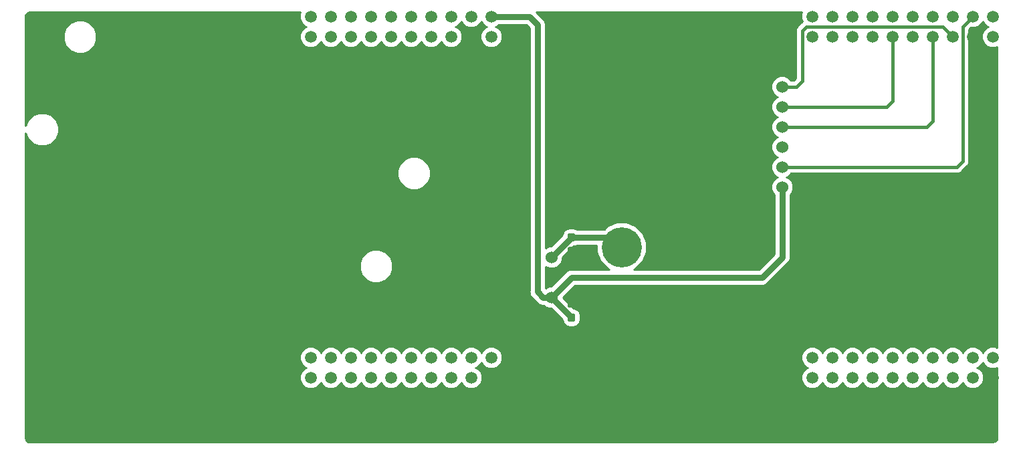
<source format=gbr>
G04 #@! TF.GenerationSoftware,KiCad,Pcbnew,(5.0.2)-1*
G04 #@! TF.CreationDate,2019-03-16T10:10:26-05:00*
G04 #@! TF.ProjectId,ClockingBoard_Hardware,436c6f63-6b69-46e6-9742-6f6172645f48,rev?*
G04 #@! TF.SameCoordinates,Original*
G04 #@! TF.FileFunction,Copper,L1,Top*
G04 #@! TF.FilePolarity,Positive*
%FSLAX46Y46*%
G04 Gerber Fmt 4.6, Leading zero omitted, Abs format (unit mm)*
G04 Created by KiCad (PCBNEW (5.0.2)-1) date 3/16/2019 10:10:26 AM*
%MOMM*%
%LPD*%
G01*
G04 APERTURE LIST*
G04 #@! TA.AperFunction,Conductor*
%ADD10C,0.100000*%
G04 #@! TD*
G04 #@! TA.AperFunction,SMDPad,CuDef*
%ADD11C,0.950000*%
G04 #@! TD*
G04 #@! TA.AperFunction,ComponentPad*
%ADD12C,5.080000*%
G04 #@! TD*
G04 #@! TA.AperFunction,ComponentPad*
%ADD13C,1.524000*%
G04 #@! TD*
G04 #@! TA.AperFunction,ComponentPad*
%ADD14C,1.520000*%
G04 #@! TD*
G04 #@! TA.AperFunction,Conductor*
%ADD15C,0.762000*%
G04 #@! TD*
G04 #@! TA.AperFunction,Conductor*
%ADD16C,0.381000*%
G04 #@! TD*
G04 #@! TA.AperFunction,Conductor*
%ADD17C,0.254000*%
G04 #@! TD*
G04 APERTURE END LIST*
D10*
G04 #@! TO.N,GND*
G04 #@! TO.C,C1*
G36*
X70110779Y-30436144D02*
X70133834Y-30439563D01*
X70156443Y-30445227D01*
X70178387Y-30453079D01*
X70199457Y-30463044D01*
X70219448Y-30475026D01*
X70238168Y-30488910D01*
X70255438Y-30504562D01*
X70271090Y-30521832D01*
X70284974Y-30540552D01*
X70296956Y-30560543D01*
X70306921Y-30581613D01*
X70314773Y-30603557D01*
X70320437Y-30626166D01*
X70323856Y-30649221D01*
X70325000Y-30672500D01*
X70325000Y-31247500D01*
X70323856Y-31270779D01*
X70320437Y-31293834D01*
X70314773Y-31316443D01*
X70306921Y-31338387D01*
X70296956Y-31359457D01*
X70284974Y-31379448D01*
X70271090Y-31398168D01*
X70255438Y-31415438D01*
X70238168Y-31431090D01*
X70219448Y-31444974D01*
X70199457Y-31456956D01*
X70178387Y-31466921D01*
X70156443Y-31474773D01*
X70133834Y-31480437D01*
X70110779Y-31483856D01*
X70087500Y-31485000D01*
X69612500Y-31485000D01*
X69589221Y-31483856D01*
X69566166Y-31480437D01*
X69543557Y-31474773D01*
X69521613Y-31466921D01*
X69500543Y-31456956D01*
X69480552Y-31444974D01*
X69461832Y-31431090D01*
X69444562Y-31415438D01*
X69428910Y-31398168D01*
X69415026Y-31379448D01*
X69403044Y-31359457D01*
X69393079Y-31338387D01*
X69385227Y-31316443D01*
X69379563Y-31293834D01*
X69376144Y-31270779D01*
X69375000Y-31247500D01*
X69375000Y-30672500D01*
X69376144Y-30649221D01*
X69379563Y-30626166D01*
X69385227Y-30603557D01*
X69393079Y-30581613D01*
X69403044Y-30560543D01*
X69415026Y-30540552D01*
X69428910Y-30521832D01*
X69444562Y-30504562D01*
X69461832Y-30488910D01*
X69480552Y-30475026D01*
X69500543Y-30463044D01*
X69521613Y-30453079D01*
X69543557Y-30445227D01*
X69566166Y-30439563D01*
X69589221Y-30436144D01*
X69612500Y-30435000D01*
X70087500Y-30435000D01*
X70110779Y-30436144D01*
X70110779Y-30436144D01*
G37*
D11*
G04 #@! TD*
G04 #@! TO.P,C1,2*
G04 #@! TO.N,GND*
X69850000Y-30960000D03*
D10*
G04 #@! TO.N,/+12V*
G04 #@! TO.C,C1*
G36*
X70110779Y-28686144D02*
X70133834Y-28689563D01*
X70156443Y-28695227D01*
X70178387Y-28703079D01*
X70199457Y-28713044D01*
X70219448Y-28725026D01*
X70238168Y-28738910D01*
X70255438Y-28754562D01*
X70271090Y-28771832D01*
X70284974Y-28790552D01*
X70296956Y-28810543D01*
X70306921Y-28831613D01*
X70314773Y-28853557D01*
X70320437Y-28876166D01*
X70323856Y-28899221D01*
X70325000Y-28922500D01*
X70325000Y-29497500D01*
X70323856Y-29520779D01*
X70320437Y-29543834D01*
X70314773Y-29566443D01*
X70306921Y-29588387D01*
X70296956Y-29609457D01*
X70284974Y-29629448D01*
X70271090Y-29648168D01*
X70255438Y-29665438D01*
X70238168Y-29681090D01*
X70219448Y-29694974D01*
X70199457Y-29706956D01*
X70178387Y-29716921D01*
X70156443Y-29724773D01*
X70133834Y-29730437D01*
X70110779Y-29733856D01*
X70087500Y-29735000D01*
X69612500Y-29735000D01*
X69589221Y-29733856D01*
X69566166Y-29730437D01*
X69543557Y-29724773D01*
X69521613Y-29716921D01*
X69500543Y-29706956D01*
X69480552Y-29694974D01*
X69461832Y-29681090D01*
X69444562Y-29665438D01*
X69428910Y-29648168D01*
X69415026Y-29629448D01*
X69403044Y-29609457D01*
X69393079Y-29588387D01*
X69385227Y-29566443D01*
X69379563Y-29543834D01*
X69376144Y-29520779D01*
X69375000Y-29497500D01*
X69375000Y-28922500D01*
X69376144Y-28899221D01*
X69379563Y-28876166D01*
X69385227Y-28853557D01*
X69393079Y-28831613D01*
X69403044Y-28810543D01*
X69415026Y-28790552D01*
X69428910Y-28771832D01*
X69444562Y-28754562D01*
X69461832Y-28738910D01*
X69480552Y-28725026D01*
X69500543Y-28713044D01*
X69521613Y-28703079D01*
X69543557Y-28695227D01*
X69566166Y-28689563D01*
X69589221Y-28686144D01*
X69612500Y-28685000D01*
X70087500Y-28685000D01*
X70110779Y-28686144D01*
X70110779Y-28686144D01*
G37*
D11*
G04 #@! TD*
G04 #@! TO.P,C1,1*
G04 #@! TO.N,/+12V*
X69850000Y-29210000D03*
D10*
G04 #@! TO.N,+3V3*
G04 #@! TO.C,C2*
G36*
X70110779Y-38846144D02*
X70133834Y-38849563D01*
X70156443Y-38855227D01*
X70178387Y-38863079D01*
X70199457Y-38873044D01*
X70219448Y-38885026D01*
X70238168Y-38898910D01*
X70255438Y-38914562D01*
X70271090Y-38931832D01*
X70284974Y-38950552D01*
X70296956Y-38970543D01*
X70306921Y-38991613D01*
X70314773Y-39013557D01*
X70320437Y-39036166D01*
X70323856Y-39059221D01*
X70325000Y-39082500D01*
X70325000Y-39657500D01*
X70323856Y-39680779D01*
X70320437Y-39703834D01*
X70314773Y-39726443D01*
X70306921Y-39748387D01*
X70296956Y-39769457D01*
X70284974Y-39789448D01*
X70271090Y-39808168D01*
X70255438Y-39825438D01*
X70238168Y-39841090D01*
X70219448Y-39854974D01*
X70199457Y-39866956D01*
X70178387Y-39876921D01*
X70156443Y-39884773D01*
X70133834Y-39890437D01*
X70110779Y-39893856D01*
X70087500Y-39895000D01*
X69612500Y-39895000D01*
X69589221Y-39893856D01*
X69566166Y-39890437D01*
X69543557Y-39884773D01*
X69521613Y-39876921D01*
X69500543Y-39866956D01*
X69480552Y-39854974D01*
X69461832Y-39841090D01*
X69444562Y-39825438D01*
X69428910Y-39808168D01*
X69415026Y-39789448D01*
X69403044Y-39769457D01*
X69393079Y-39748387D01*
X69385227Y-39726443D01*
X69379563Y-39703834D01*
X69376144Y-39680779D01*
X69375000Y-39657500D01*
X69375000Y-39082500D01*
X69376144Y-39059221D01*
X69379563Y-39036166D01*
X69385227Y-39013557D01*
X69393079Y-38991613D01*
X69403044Y-38970543D01*
X69415026Y-38950552D01*
X69428910Y-38931832D01*
X69444562Y-38914562D01*
X69461832Y-38898910D01*
X69480552Y-38885026D01*
X69500543Y-38873044D01*
X69521613Y-38863079D01*
X69543557Y-38855227D01*
X69566166Y-38849563D01*
X69589221Y-38846144D01*
X69612500Y-38845000D01*
X70087500Y-38845000D01*
X70110779Y-38846144D01*
X70110779Y-38846144D01*
G37*
D11*
G04 #@! TD*
G04 #@! TO.P,C2,1*
G04 #@! TO.N,+3V3*
X69850000Y-39370000D03*
D10*
G04 #@! TO.N,GND*
G04 #@! TO.C,C2*
G36*
X70110779Y-37096144D02*
X70133834Y-37099563D01*
X70156443Y-37105227D01*
X70178387Y-37113079D01*
X70199457Y-37123044D01*
X70219448Y-37135026D01*
X70238168Y-37148910D01*
X70255438Y-37164562D01*
X70271090Y-37181832D01*
X70284974Y-37200552D01*
X70296956Y-37220543D01*
X70306921Y-37241613D01*
X70314773Y-37263557D01*
X70320437Y-37286166D01*
X70323856Y-37309221D01*
X70325000Y-37332500D01*
X70325000Y-37907500D01*
X70323856Y-37930779D01*
X70320437Y-37953834D01*
X70314773Y-37976443D01*
X70306921Y-37998387D01*
X70296956Y-38019457D01*
X70284974Y-38039448D01*
X70271090Y-38058168D01*
X70255438Y-38075438D01*
X70238168Y-38091090D01*
X70219448Y-38104974D01*
X70199457Y-38116956D01*
X70178387Y-38126921D01*
X70156443Y-38134773D01*
X70133834Y-38140437D01*
X70110779Y-38143856D01*
X70087500Y-38145000D01*
X69612500Y-38145000D01*
X69589221Y-38143856D01*
X69566166Y-38140437D01*
X69543557Y-38134773D01*
X69521613Y-38126921D01*
X69500543Y-38116956D01*
X69480552Y-38104974D01*
X69461832Y-38091090D01*
X69444562Y-38075438D01*
X69428910Y-38058168D01*
X69415026Y-38039448D01*
X69403044Y-38019457D01*
X69393079Y-37998387D01*
X69385227Y-37976443D01*
X69379563Y-37953834D01*
X69376144Y-37930779D01*
X69375000Y-37907500D01*
X69375000Y-37332500D01*
X69376144Y-37309221D01*
X69379563Y-37286166D01*
X69385227Y-37263557D01*
X69393079Y-37241613D01*
X69403044Y-37220543D01*
X69415026Y-37200552D01*
X69428910Y-37181832D01*
X69444562Y-37164562D01*
X69461832Y-37148910D01*
X69480552Y-37135026D01*
X69500543Y-37123044D01*
X69521613Y-37113079D01*
X69543557Y-37105227D01*
X69566166Y-37099563D01*
X69589221Y-37096144D01*
X69612500Y-37095000D01*
X70087500Y-37095000D01*
X70110779Y-37096144D01*
X70110779Y-37096144D01*
G37*
D11*
G04 #@! TD*
G04 #@! TO.P,C2,2*
G04 #@! TO.N,GND*
X69850000Y-37620000D03*
D12*
G04 #@! TO.P,Conn1,2*
G04 #@! TO.N,/+12V*
X76200000Y-30480000D03*
G04 #@! TO.P,Conn1,1*
G04 #@! TO.N,GND*
X76200000Y-38354000D03*
G04 #@! TD*
D13*
G04 #@! TO.P,U1,1*
G04 #@! TO.N,/+12V*
X67310000Y-31750000D03*
G04 #@! TO.P,U1,2*
G04 #@! TO.N,GND*
X67310000Y-34290000D03*
G04 #@! TO.P,U1,3*
G04 #@! TO.N,+3V3*
X67310000Y-36830000D03*
G04 #@! TD*
G04 #@! TO.P,Conn2,1*
G04 #@! TO.N,+3V3*
X96520000Y-22860000D03*
G04 #@! TO.P,Conn2,2*
G04 #@! TO.N,Sync2*
X96520000Y-20320000D03*
G04 #@! TO.P,Conn2,3*
G04 #@! TO.N,Sync1*
X96520000Y-17780000D03*
G04 #@! TO.P,Conn2,4*
G04 #@! TO.N,ICG*
X96520000Y-15240000D03*
G04 #@! TO.P,Conn2,5*
G04 #@! TO.N,SH*
X96520000Y-12700000D03*
G04 #@! TO.P,Conn2,6*
G04 #@! TO.N,M*
X96520000Y-10160000D03*
G04 #@! TO.P,Conn2,7*
G04 #@! TO.N,GND*
X96520000Y-7620000D03*
G04 #@! TD*
D14*
G04 #@! TO.P,U2,+3V3'*
G04 #@! TO.N,+3V3*
X59690000Y-1270000D03*
G04 #@! TO.P,U2,PM6*
G04 #@! TO.N,N/C*
X36830000Y-46990000D03*
G04 #@! TO.P,U2,PQ1*
X39370000Y-46990000D03*
G04 #@! TO.P,U2,PQ2*
X46990000Y-46990000D03*
G04 #@! TO.P,U2,PK0*
X49530000Y-3810000D03*
G04 #@! TO.P,U2,PQ3*
X44450000Y-46990000D03*
G04 #@! TO.P,U2,PP3*
X41910000Y-46990000D03*
G04 #@! TO.P,U2,PQ0*
G04 #@! TO.N,Net-(U2-PadPQ0)*
X44450000Y-1270000D03*
G04 #@! TO.P,U2,PA4*
G04 #@! TO.N,N/C*
X39370000Y-3810000D03*
G04 #@! TO.P,U2,Rese`*
X49530000Y-46990000D03*
G04 #@! TO.P,U2,PA7*
X52070000Y-46990000D03*
G04 #@! TO.P,U2,PN5*
G04 #@! TO.N,Net-(U2-PadPN5)*
X39370000Y-1270000D03*
G04 #@! TO.P,U2,PK2*
G04 #@! TO.N,N/C*
X44450000Y-3810000D03*
G04 #@! TO.P,U2,PK1*
X46990000Y-3810000D03*
G04 #@! TO.P,U2,+5V`*
X59690000Y-3810000D03*
G04 #@! TO.P,U2,GND*
G04 #@! TO.N,GND*
X57150000Y-3810000D03*
G04 #@! TO.P,U2,PB4*
G04 #@! TO.N,N/C*
X54610000Y-3810000D03*
G04 #@! TO.P,U2,PB5*
X52070000Y-3810000D03*
G04 #@! TO.P,U2,PK3*
X41910000Y-3810000D03*
G04 #@! TO.P,U2,PA5*
X36830000Y-3810000D03*
G04 #@! TO.P,U2,PD2*
G04 #@! TO.N,Net-(U2-PadPD2)*
X57150000Y-1270000D03*
G04 #@! TO.P,U2,PP0*
G04 #@! TO.N,Net-(U2-PadPP0)*
X54610000Y-1270000D03*
G04 #@! TO.P,U2,PP1*
G04 #@! TO.N,Net-(U2-PadPP1)*
X52070000Y-1270000D03*
G04 #@! TO.P,U2,PD4*
G04 #@! TO.N,Net-(U2-PadPD4)*
X49530000Y-1270000D03*
G04 #@! TO.P,U2,PD5*
G04 #@! TO.N,Net-(U2-PadPD5)*
X46990000Y-1270000D03*
G04 #@! TO.P,U2,PP4*
G04 #@! TO.N,Net-(U2-PadPP4)*
X41910000Y-1270000D03*
G04 #@! TO.P,U2,PN4*
G04 #@! TO.N,Net-(U2-PadPN4)*
X36830000Y-1270000D03*
G04 #@! TO.P,U2,PG1*
G04 #@! TO.N,N/C*
X59690000Y-44450000D03*
G04 #@! TO.P,U2,PK4*
X57150000Y-44450000D03*
G04 #@! TO.P,U2,PK5*
X54610000Y-44450000D03*
G04 #@! TO.P,U2,PM0*
X52070000Y-44450000D03*
G04 #@! TO.P,U2,PM1*
X49530000Y-44450000D03*
G04 #@! TO.P,U2,PM2*
X46990000Y-44450000D03*
G04 #@! TO.P,U2,PH0*
X44450000Y-44450000D03*
G04 #@! TO.P,U2,PH1*
X41910000Y-44450000D03*
G04 #@! TO.P,U2,PK6*
X39370000Y-44450000D03*
G04 #@! TO.P,U2,PK7*
X36830000Y-44450000D03*
G04 #@! TO.P,U2,GND*
G04 #@! TO.N,GND*
X59690000Y-46990000D03*
G04 #@! TO.P,U2,PM7*
G04 #@! TO.N,N/C*
X57150000Y-46990000D03*
G04 #@! TO.P,U2,PP5*
X54610000Y-46990000D03*
G04 #@! TO.P,U2,+5V*
G04 #@! TO.N,Net-(U2-Pad+5V)*
X123190000Y-3810000D03*
G04 #@! TO.P,U2,GND*
G04 #@! TO.N,GND*
X120650000Y-3810000D03*
G04 #@! TO.P,U2,PE0*
G04 #@! TO.N,M*
X118110000Y-3810000D03*
G04 #@! TO.P,U2,PE1*
G04 #@! TO.N,ICG*
X115570000Y-3810000D03*
G04 #@! TO.P,U2,PE2*
G04 #@! TO.N,Sync1*
X113030000Y-3810000D03*
G04 #@! TO.P,U2,PE3*
G04 #@! TO.N,SH*
X110490000Y-3810000D03*
G04 #@! TO.P,U2,PD7*
G04 #@! TO.N,Net-(U2-PadPD7)*
X107950000Y-3810000D03*
G04 #@! TO.P,U2,PA6*
G04 #@! TO.N,Net-(U2-PadPA6)*
X105410000Y-3810000D03*
G04 #@! TO.P,U2,PM4*
G04 #@! TO.N,Net-(U2-PadPM4)*
X102870000Y-3810000D03*
G04 #@! TO.P,U2,PM5*
G04 #@! TO.N,Net-(U2-PadPM5)*
X100330000Y-3810000D03*
G04 #@! TO.P,U2,+3V3*
G04 #@! TO.N,Net-(U2-Pad+3V3)*
X123190000Y-1270000D03*
G04 #@! TO.P,U2,PE4*
G04 #@! TO.N,Sync2*
X120650000Y-1270000D03*
G04 #@! TO.P,U2,PC4*
G04 #@! TO.N,Net-(U2-PadPC4)*
X118110000Y-1270000D03*
G04 #@! TO.P,U2,PC5*
G04 #@! TO.N,Net-(U2-PadPC5)*
X115570000Y-1270000D03*
G04 #@! TO.P,U2,PC6*
G04 #@! TO.N,Net-(U2-PadPC6)*
X113030000Y-1270000D03*
G04 #@! TO.P,U2,PE5*
G04 #@! TO.N,Net-(U2-PadPE5)*
X110490000Y-1270000D03*
G04 #@! TO.P,U2,PD3*
G04 #@! TO.N,Net-(U2-PadPD3)*
X107950000Y-1270000D03*
G04 #@! TO.P,U2,PC7*
G04 #@! TO.N,Net-(U2-PadPC7)*
X105410000Y-1270000D03*
G04 #@! TO.P,U2,PB2*
G04 #@! TO.N,Net-(U2-PadPB2)*
X102870000Y-1270000D03*
G04 #@! TO.P,U2,PB3*
G04 #@! TO.N,Net-(U2-PadPB3)*
X100330000Y-1270000D03*
G04 #@! TO.P,U2,PF1*
G04 #@! TO.N,Net-(U2-PadPF1)*
X123190000Y-44450000D03*
G04 #@! TO.P,U2,PF2*
G04 #@! TO.N,Net-(U2-PadPF2)*
X120650000Y-44450000D03*
G04 #@! TO.P,U2,PF3*
G04 #@! TO.N,Net-(U2-PadPF3)*
X118110000Y-44450000D03*
G04 #@! TO.P,U2,PG0*
G04 #@! TO.N,Net-(U2-PadPG0)*
X115570000Y-44450000D03*
G04 #@! TO.P,U2,PL4*
G04 #@! TO.N,Net-(U2-PadPL4)*
X113030000Y-44450000D03*
G04 #@! TO.P,U2,PL5*
G04 #@! TO.N,Net-(U2-PadPL5)*
X110490000Y-44450000D03*
G04 #@! TO.P,U2,PL0*
G04 #@! TO.N,Net-(U2-PadPL0)*
X107950000Y-44450000D03*
G04 #@! TO.P,U2,PL1*
G04 #@! TO.N,Net-(U2-PadPL1)*
X105410000Y-44450000D03*
G04 #@! TO.P,U2,PL2*
G04 #@! TO.N,Net-(U2-PadPL2)*
X102870000Y-44450000D03*
G04 #@! TO.P,U2,PL3*
G04 #@! TO.N,Net-(U2-PadPL3)*
X100330000Y-44450000D03*
G04 #@! TO.P,U2,GND*
G04 #@! TO.N,GND*
X123190000Y-46990000D03*
G04 #@! TO.P,U2,PM3*
G04 #@! TO.N,Net-(U2-PadPM3)*
X120650000Y-46990000D03*
G04 #@! TO.P,U2,PH2*
G04 #@! TO.N,Net-(U2-PadPH2)*
X118110000Y-46990000D03*
G04 #@! TO.P,U2,PH3*
G04 #@! TO.N,Net-(U2-PadPH3)*
X115570000Y-46990000D03*
G04 #@! TO.P,U2,Rese*
G04 #@! TO.N,Net-(U2-PadRese)*
X113030000Y-46990000D03*
G04 #@! TO.P,U2,PD1*
G04 #@! TO.N,Net-(U2-PadPD1)*
X110490000Y-46990000D03*
G04 #@! TO.P,U2,PD0*
G04 #@! TO.N,Net-(U2-PadPD0)*
X107950000Y-46990000D03*
G04 #@! TO.P,U2,PN2*
G04 #@! TO.N,Net-(U2-PadPN2)*
X105410000Y-46990000D03*
G04 #@! TO.P,U2,PN3*
G04 #@! TO.N,Net-(U2-PadPN3)*
X102870000Y-46990000D03*
G04 #@! TO.P,U2,PP2*
G04 #@! TO.N,Net-(U2-PadPP2)*
X100330000Y-46990000D03*
G04 #@! TD*
D15*
G04 #@! TO.N,/+12V*
X67310000Y-31750000D02*
X69850000Y-29210000D01*
X74930000Y-29210000D02*
X76200000Y-30480000D01*
X69850000Y-29210000D02*
X74930000Y-29210000D01*
G04 #@! TO.N,+3V3*
X67310000Y-36830000D02*
X69850000Y-39370000D01*
X67310000Y-36830000D02*
X69850000Y-34290000D01*
X69850000Y-34290000D02*
X93980000Y-34290000D01*
X96520000Y-31750000D02*
X96520000Y-22860000D01*
X93980000Y-34290000D02*
X96520000Y-31750000D01*
X66232370Y-36830000D02*
X65532000Y-36129630D01*
X67310000Y-36830000D02*
X66232370Y-36830000D01*
X65532000Y-36129630D02*
X65532000Y-2286000D01*
X64516000Y-1270000D02*
X59690000Y-1270000D01*
X65532000Y-2286000D02*
X64516000Y-1270000D01*
D16*
G04 #@! TO.N,Sync2*
X96520000Y-20320000D02*
X118618000Y-20320000D01*
X118618000Y-20320000D02*
X119380000Y-19558000D01*
X119380000Y-2540000D02*
X120650000Y-1270000D01*
X119380000Y-19558000D02*
X119380000Y-2540000D01*
G04 #@! TO.N,ICG*
X115570000Y-3810000D02*
X115570000Y-14478000D01*
X115570000Y-14478000D02*
X114808000Y-15240000D01*
X114808000Y-15240000D02*
X96520000Y-15240000D01*
G04 #@! TO.N,SH*
X110490000Y-11938000D02*
X110490000Y-3810000D01*
X96520000Y-12700000D02*
X109728000Y-12700000D01*
X109728000Y-12700000D02*
X110490000Y-11938000D01*
G04 #@! TO.N,M*
X98298000Y-10160000D02*
X96520000Y-10160000D01*
X99060000Y-9398000D02*
X98298000Y-10160000D01*
X99060000Y-3048000D02*
X99060000Y-9398000D01*
X99568000Y-2540000D02*
X99060000Y-3048000D01*
X118110000Y-3810000D02*
X116840000Y-2540000D01*
X116840000Y-2540000D02*
X99568000Y-2540000D01*
G04 #@! TD*
D17*
G04 #@! TO.N,GND*
G36*
X35435000Y-992517D02*
X35435000Y-1547483D01*
X35647376Y-2060204D01*
X36039796Y-2452624D01*
X36250740Y-2540000D01*
X36039796Y-2627376D01*
X35647376Y-3019796D01*
X35435000Y-3532517D01*
X35435000Y-4087483D01*
X35647376Y-4600204D01*
X36039796Y-4992624D01*
X36552517Y-5205000D01*
X37107483Y-5205000D01*
X37620204Y-4992624D01*
X38012624Y-4600204D01*
X38100000Y-4389260D01*
X38187376Y-4600204D01*
X38579796Y-4992624D01*
X39092517Y-5205000D01*
X39647483Y-5205000D01*
X40160204Y-4992624D01*
X40552624Y-4600204D01*
X40640000Y-4389260D01*
X40727376Y-4600204D01*
X41119796Y-4992624D01*
X41632517Y-5205000D01*
X42187483Y-5205000D01*
X42700204Y-4992624D01*
X43092624Y-4600204D01*
X43180000Y-4389260D01*
X43267376Y-4600204D01*
X43659796Y-4992624D01*
X44172517Y-5205000D01*
X44727483Y-5205000D01*
X45240204Y-4992624D01*
X45632624Y-4600204D01*
X45720000Y-4389260D01*
X45807376Y-4600204D01*
X46199796Y-4992624D01*
X46712517Y-5205000D01*
X47267483Y-5205000D01*
X47780204Y-4992624D01*
X48172624Y-4600204D01*
X48260000Y-4389260D01*
X48347376Y-4600204D01*
X48739796Y-4992624D01*
X49252517Y-5205000D01*
X49807483Y-5205000D01*
X50320204Y-4992624D01*
X50712624Y-4600204D01*
X50800000Y-4389260D01*
X50887376Y-4600204D01*
X51279796Y-4992624D01*
X51792517Y-5205000D01*
X52347483Y-5205000D01*
X52860204Y-4992624D01*
X53252624Y-4600204D01*
X53340000Y-4389260D01*
X53427376Y-4600204D01*
X53819796Y-4992624D01*
X54332517Y-5205000D01*
X54887483Y-5205000D01*
X55400204Y-4992624D01*
X55792624Y-4600204D01*
X56005000Y-4087483D01*
X56005000Y-3532517D01*
X55792624Y-3019796D01*
X55400204Y-2627376D01*
X55189260Y-2540000D01*
X55400204Y-2452624D01*
X55792624Y-2060204D01*
X55880000Y-1849260D01*
X55967376Y-2060204D01*
X56359796Y-2452624D01*
X56872517Y-2665000D01*
X57427483Y-2665000D01*
X57940204Y-2452624D01*
X58332624Y-2060204D01*
X58420000Y-1849260D01*
X58507376Y-2060204D01*
X58899796Y-2452624D01*
X59110740Y-2540000D01*
X58899796Y-2627376D01*
X58507376Y-3019796D01*
X58295000Y-3532517D01*
X58295000Y-4087483D01*
X58507376Y-4600204D01*
X58899796Y-4992624D01*
X59412517Y-5205000D01*
X59967483Y-5205000D01*
X60480204Y-4992624D01*
X60872624Y-4600204D01*
X61085000Y-4087483D01*
X61085000Y-3532517D01*
X60872624Y-3019796D01*
X60480204Y-2627376D01*
X60269260Y-2540000D01*
X60480204Y-2452624D01*
X60646828Y-2286000D01*
X64095160Y-2286000D01*
X64516001Y-2706842D01*
X64516000Y-36029567D01*
X64496096Y-36129630D01*
X64516000Y-36229693D01*
X64516000Y-36229694D01*
X64574949Y-36526052D01*
X64799505Y-36862125D01*
X64884339Y-36918809D01*
X65443192Y-37477663D01*
X65499875Y-37562495D01*
X65835947Y-37787051D01*
X66132305Y-37846000D01*
X66132306Y-37846000D01*
X66232370Y-37865904D01*
X66332434Y-37846000D01*
X66350343Y-37846000D01*
X66518663Y-38014320D01*
X67032119Y-38227000D01*
X67270160Y-38227000D01*
X68734240Y-39691080D01*
X68794922Y-39996152D01*
X68986753Y-40283247D01*
X69273848Y-40475078D01*
X69612500Y-40542440D01*
X70087500Y-40542440D01*
X70426152Y-40475078D01*
X70713247Y-40283247D01*
X70905078Y-39996152D01*
X70972440Y-39657500D01*
X70972440Y-39082500D01*
X70905078Y-38743848D01*
X70713247Y-38456753D01*
X70426152Y-38264922D01*
X70121080Y-38204240D01*
X68746840Y-36830000D01*
X70270841Y-35306000D01*
X93879937Y-35306000D01*
X93980000Y-35325904D01*
X94080063Y-35306000D01*
X94080065Y-35306000D01*
X94376423Y-35247051D01*
X94712495Y-35022495D01*
X94769180Y-34937660D01*
X97167664Y-32539177D01*
X97252495Y-32482495D01*
X97477051Y-32146423D01*
X97536000Y-31850065D01*
X97536000Y-31850064D01*
X97555904Y-31750001D01*
X97536000Y-31649937D01*
X97536000Y-23819657D01*
X97704320Y-23651337D01*
X97917000Y-23137881D01*
X97917000Y-22582119D01*
X97704320Y-22068663D01*
X97311337Y-21675680D01*
X97104487Y-21590000D01*
X97311337Y-21504320D01*
X97670157Y-21145500D01*
X118536699Y-21145500D01*
X118618000Y-21161672D01*
X118699301Y-21145500D01*
X118699303Y-21145500D01*
X118940094Y-21097604D01*
X119213152Y-20915152D01*
X119259209Y-20846223D01*
X119906226Y-20199207D01*
X119975152Y-20153152D01*
X120116814Y-19941141D01*
X120157604Y-19880095D01*
X120221672Y-19558000D01*
X120205500Y-19476697D01*
X120205500Y-2881932D01*
X120422432Y-2665000D01*
X120927483Y-2665000D01*
X121440204Y-2452624D01*
X121832624Y-2060204D01*
X121920000Y-1849260D01*
X122007376Y-2060204D01*
X122399796Y-2452624D01*
X122610740Y-2540000D01*
X122399796Y-2627376D01*
X122007376Y-3019796D01*
X121795000Y-3532517D01*
X121795000Y-4087483D01*
X122007376Y-4600204D01*
X122399796Y-4992624D01*
X122912517Y-5205000D01*
X123467483Y-5205000D01*
X123750001Y-5087977D01*
X123750000Y-43172022D01*
X123467483Y-43055000D01*
X122912517Y-43055000D01*
X122399796Y-43267376D01*
X122007376Y-43659796D01*
X121920000Y-43870740D01*
X121832624Y-43659796D01*
X121440204Y-43267376D01*
X120927483Y-43055000D01*
X120372517Y-43055000D01*
X119859796Y-43267376D01*
X119467376Y-43659796D01*
X119380000Y-43870740D01*
X119292624Y-43659796D01*
X118900204Y-43267376D01*
X118387483Y-43055000D01*
X117832517Y-43055000D01*
X117319796Y-43267376D01*
X116927376Y-43659796D01*
X116840000Y-43870740D01*
X116752624Y-43659796D01*
X116360204Y-43267376D01*
X115847483Y-43055000D01*
X115292517Y-43055000D01*
X114779796Y-43267376D01*
X114387376Y-43659796D01*
X114300000Y-43870740D01*
X114212624Y-43659796D01*
X113820204Y-43267376D01*
X113307483Y-43055000D01*
X112752517Y-43055000D01*
X112239796Y-43267376D01*
X111847376Y-43659796D01*
X111760000Y-43870740D01*
X111672624Y-43659796D01*
X111280204Y-43267376D01*
X110767483Y-43055000D01*
X110212517Y-43055000D01*
X109699796Y-43267376D01*
X109307376Y-43659796D01*
X109220000Y-43870740D01*
X109132624Y-43659796D01*
X108740204Y-43267376D01*
X108227483Y-43055000D01*
X107672517Y-43055000D01*
X107159796Y-43267376D01*
X106767376Y-43659796D01*
X106680000Y-43870740D01*
X106592624Y-43659796D01*
X106200204Y-43267376D01*
X105687483Y-43055000D01*
X105132517Y-43055000D01*
X104619796Y-43267376D01*
X104227376Y-43659796D01*
X104140000Y-43870740D01*
X104052624Y-43659796D01*
X103660204Y-43267376D01*
X103147483Y-43055000D01*
X102592517Y-43055000D01*
X102079796Y-43267376D01*
X101687376Y-43659796D01*
X101600000Y-43870740D01*
X101512624Y-43659796D01*
X101120204Y-43267376D01*
X100607483Y-43055000D01*
X100052517Y-43055000D01*
X99539796Y-43267376D01*
X99147376Y-43659796D01*
X98935000Y-44172517D01*
X98935000Y-44727483D01*
X99147376Y-45240204D01*
X99539796Y-45632624D01*
X99750740Y-45720000D01*
X99539796Y-45807376D01*
X99147376Y-46199796D01*
X98935000Y-46712517D01*
X98935000Y-47267483D01*
X99147376Y-47780204D01*
X99539796Y-48172624D01*
X100052517Y-48385000D01*
X100607483Y-48385000D01*
X101120204Y-48172624D01*
X101512624Y-47780204D01*
X101600000Y-47569260D01*
X101687376Y-47780204D01*
X102079796Y-48172624D01*
X102592517Y-48385000D01*
X103147483Y-48385000D01*
X103660204Y-48172624D01*
X104052624Y-47780204D01*
X104140000Y-47569260D01*
X104227376Y-47780204D01*
X104619796Y-48172624D01*
X105132517Y-48385000D01*
X105687483Y-48385000D01*
X106200204Y-48172624D01*
X106592624Y-47780204D01*
X106680000Y-47569260D01*
X106767376Y-47780204D01*
X107159796Y-48172624D01*
X107672517Y-48385000D01*
X108227483Y-48385000D01*
X108740204Y-48172624D01*
X109132624Y-47780204D01*
X109220000Y-47569260D01*
X109307376Y-47780204D01*
X109699796Y-48172624D01*
X110212517Y-48385000D01*
X110767483Y-48385000D01*
X111280204Y-48172624D01*
X111672624Y-47780204D01*
X111760000Y-47569260D01*
X111847376Y-47780204D01*
X112239796Y-48172624D01*
X112752517Y-48385000D01*
X113307483Y-48385000D01*
X113820204Y-48172624D01*
X114212624Y-47780204D01*
X114300000Y-47569260D01*
X114387376Y-47780204D01*
X114779796Y-48172624D01*
X115292517Y-48385000D01*
X115847483Y-48385000D01*
X116360204Y-48172624D01*
X116752624Y-47780204D01*
X116840000Y-47569260D01*
X116927376Y-47780204D01*
X117319796Y-48172624D01*
X117832517Y-48385000D01*
X118387483Y-48385000D01*
X118900204Y-48172624D01*
X119292624Y-47780204D01*
X119380000Y-47569260D01*
X119467376Y-47780204D01*
X119859796Y-48172624D01*
X120372517Y-48385000D01*
X120927483Y-48385000D01*
X121440204Y-48172624D01*
X121832624Y-47780204D01*
X122045000Y-47267483D01*
X122045000Y-46712517D01*
X121832624Y-46199796D01*
X121440204Y-45807376D01*
X121229260Y-45720000D01*
X121440204Y-45632624D01*
X121832624Y-45240204D01*
X121920000Y-45029260D01*
X122007376Y-45240204D01*
X122399796Y-45632624D01*
X122912517Y-45845000D01*
X123467483Y-45845000D01*
X123750000Y-45727978D01*
X123750000Y-54547881D01*
X123705935Y-54797787D01*
X123610596Y-54962919D01*
X123464524Y-55085488D01*
X123255532Y-55161555D01*
X123159004Y-55170000D01*
X1332119Y-55170000D01*
X1082213Y-55125935D01*
X917081Y-55030596D01*
X794512Y-54884524D01*
X718445Y-54675532D01*
X710000Y-54579004D01*
X710000Y-44172517D01*
X35435000Y-44172517D01*
X35435000Y-44727483D01*
X35647376Y-45240204D01*
X36039796Y-45632624D01*
X36250740Y-45720000D01*
X36039796Y-45807376D01*
X35647376Y-46199796D01*
X35435000Y-46712517D01*
X35435000Y-47267483D01*
X35647376Y-47780204D01*
X36039796Y-48172624D01*
X36552517Y-48385000D01*
X37107483Y-48385000D01*
X37620204Y-48172624D01*
X38012624Y-47780204D01*
X38100000Y-47569260D01*
X38187376Y-47780204D01*
X38579796Y-48172624D01*
X39092517Y-48385000D01*
X39647483Y-48385000D01*
X40160204Y-48172624D01*
X40552624Y-47780204D01*
X40640000Y-47569260D01*
X40727376Y-47780204D01*
X41119796Y-48172624D01*
X41632517Y-48385000D01*
X42187483Y-48385000D01*
X42700204Y-48172624D01*
X43092624Y-47780204D01*
X43180000Y-47569260D01*
X43267376Y-47780204D01*
X43659796Y-48172624D01*
X44172517Y-48385000D01*
X44727483Y-48385000D01*
X45240204Y-48172624D01*
X45632624Y-47780204D01*
X45720000Y-47569260D01*
X45807376Y-47780204D01*
X46199796Y-48172624D01*
X46712517Y-48385000D01*
X47267483Y-48385000D01*
X47780204Y-48172624D01*
X48172624Y-47780204D01*
X48260000Y-47569260D01*
X48347376Y-47780204D01*
X48739796Y-48172624D01*
X49252517Y-48385000D01*
X49807483Y-48385000D01*
X50320204Y-48172624D01*
X50712624Y-47780204D01*
X50800000Y-47569260D01*
X50887376Y-47780204D01*
X51279796Y-48172624D01*
X51792517Y-48385000D01*
X52347483Y-48385000D01*
X52860204Y-48172624D01*
X53252624Y-47780204D01*
X53340000Y-47569260D01*
X53427376Y-47780204D01*
X53819796Y-48172624D01*
X54332517Y-48385000D01*
X54887483Y-48385000D01*
X55400204Y-48172624D01*
X55792624Y-47780204D01*
X55880000Y-47569260D01*
X55967376Y-47780204D01*
X56359796Y-48172624D01*
X56872517Y-48385000D01*
X57427483Y-48385000D01*
X57940204Y-48172624D01*
X58332624Y-47780204D01*
X58545000Y-47267483D01*
X58545000Y-46712517D01*
X58332624Y-46199796D01*
X57940204Y-45807376D01*
X57729260Y-45720000D01*
X57940204Y-45632624D01*
X58332624Y-45240204D01*
X58420000Y-45029260D01*
X58507376Y-45240204D01*
X58899796Y-45632624D01*
X59412517Y-45845000D01*
X59967483Y-45845000D01*
X60480204Y-45632624D01*
X60872624Y-45240204D01*
X61085000Y-44727483D01*
X61085000Y-44172517D01*
X60872624Y-43659796D01*
X60480204Y-43267376D01*
X59967483Y-43055000D01*
X59412517Y-43055000D01*
X58899796Y-43267376D01*
X58507376Y-43659796D01*
X58420000Y-43870740D01*
X58332624Y-43659796D01*
X57940204Y-43267376D01*
X57427483Y-43055000D01*
X56872517Y-43055000D01*
X56359796Y-43267376D01*
X55967376Y-43659796D01*
X55880000Y-43870740D01*
X55792624Y-43659796D01*
X55400204Y-43267376D01*
X54887483Y-43055000D01*
X54332517Y-43055000D01*
X53819796Y-43267376D01*
X53427376Y-43659796D01*
X53340000Y-43870740D01*
X53252624Y-43659796D01*
X52860204Y-43267376D01*
X52347483Y-43055000D01*
X51792517Y-43055000D01*
X51279796Y-43267376D01*
X50887376Y-43659796D01*
X50800000Y-43870740D01*
X50712624Y-43659796D01*
X50320204Y-43267376D01*
X49807483Y-43055000D01*
X49252517Y-43055000D01*
X48739796Y-43267376D01*
X48347376Y-43659796D01*
X48260000Y-43870740D01*
X48172624Y-43659796D01*
X47780204Y-43267376D01*
X47267483Y-43055000D01*
X46712517Y-43055000D01*
X46199796Y-43267376D01*
X45807376Y-43659796D01*
X45720000Y-43870740D01*
X45632624Y-43659796D01*
X45240204Y-43267376D01*
X44727483Y-43055000D01*
X44172517Y-43055000D01*
X43659796Y-43267376D01*
X43267376Y-43659796D01*
X43180000Y-43870740D01*
X43092624Y-43659796D01*
X42700204Y-43267376D01*
X42187483Y-43055000D01*
X41632517Y-43055000D01*
X41119796Y-43267376D01*
X40727376Y-43659796D01*
X40640000Y-43870740D01*
X40552624Y-43659796D01*
X40160204Y-43267376D01*
X39647483Y-43055000D01*
X39092517Y-43055000D01*
X38579796Y-43267376D01*
X38187376Y-43659796D01*
X38100000Y-43870740D01*
X38012624Y-43659796D01*
X37620204Y-43267376D01*
X37107483Y-43055000D01*
X36552517Y-43055000D01*
X36039796Y-43267376D01*
X35647376Y-43659796D01*
X35435000Y-44172517D01*
X710000Y-44172517D01*
X710000Y-32468573D01*
X43009820Y-32468573D01*
X43009820Y-33307267D01*
X43330774Y-34082119D01*
X43923821Y-34675166D01*
X44698673Y-34996120D01*
X45537367Y-34996120D01*
X46312219Y-34675166D01*
X46905266Y-34082119D01*
X47226220Y-33307267D01*
X47226220Y-32468573D01*
X46905266Y-31693721D01*
X46312219Y-31100674D01*
X45537367Y-30779720D01*
X44698673Y-30779720D01*
X43923821Y-31100674D01*
X43330774Y-31693721D01*
X43009820Y-32468573D01*
X710000Y-32468573D01*
X710000Y-20715993D01*
X47823120Y-20715993D01*
X47823120Y-21554687D01*
X48144074Y-22329539D01*
X48737121Y-22922586D01*
X49511973Y-23243540D01*
X50350667Y-23243540D01*
X51125519Y-22922586D01*
X51718566Y-22329539D01*
X52039520Y-21554687D01*
X52039520Y-20715993D01*
X51718566Y-19941141D01*
X51125519Y-19348094D01*
X50350667Y-19027140D01*
X49511973Y-19027140D01*
X48737121Y-19348094D01*
X48144074Y-19941141D01*
X47823120Y-20715993D01*
X710000Y-20715993D01*
X710000Y-16009690D01*
X1019454Y-16756779D01*
X1612501Y-17349826D01*
X2387353Y-17670780D01*
X3226047Y-17670780D01*
X4000899Y-17349826D01*
X4593946Y-16756779D01*
X4914900Y-15981927D01*
X4914900Y-15143233D01*
X4593946Y-14368381D01*
X4000899Y-13775334D01*
X3226047Y-13454380D01*
X2387353Y-13454380D01*
X1612501Y-13775334D01*
X1019454Y-14368381D01*
X710000Y-15115470D01*
X710000Y-3390653D01*
X5511800Y-3390653D01*
X5511800Y-4229347D01*
X5832754Y-5004199D01*
X6425801Y-5597246D01*
X7200653Y-5918200D01*
X8039347Y-5918200D01*
X8814199Y-5597246D01*
X9407246Y-5004199D01*
X9728200Y-4229347D01*
X9728200Y-3390653D01*
X9407246Y-2615801D01*
X8814199Y-2022754D01*
X8039347Y-1701800D01*
X7200653Y-1701800D01*
X6425801Y-2022754D01*
X5832754Y-2615801D01*
X5511800Y-3390653D01*
X710000Y-3390653D01*
X710000Y-1332119D01*
X754065Y-1082213D01*
X849405Y-917080D01*
X995477Y-794512D01*
X1204465Y-718445D01*
X1300996Y-710000D01*
X35552022Y-710000D01*
X35435000Y-992517D01*
X35435000Y-992517D01*
G37*
X35435000Y-992517D02*
X35435000Y-1547483D01*
X35647376Y-2060204D01*
X36039796Y-2452624D01*
X36250740Y-2540000D01*
X36039796Y-2627376D01*
X35647376Y-3019796D01*
X35435000Y-3532517D01*
X35435000Y-4087483D01*
X35647376Y-4600204D01*
X36039796Y-4992624D01*
X36552517Y-5205000D01*
X37107483Y-5205000D01*
X37620204Y-4992624D01*
X38012624Y-4600204D01*
X38100000Y-4389260D01*
X38187376Y-4600204D01*
X38579796Y-4992624D01*
X39092517Y-5205000D01*
X39647483Y-5205000D01*
X40160204Y-4992624D01*
X40552624Y-4600204D01*
X40640000Y-4389260D01*
X40727376Y-4600204D01*
X41119796Y-4992624D01*
X41632517Y-5205000D01*
X42187483Y-5205000D01*
X42700204Y-4992624D01*
X43092624Y-4600204D01*
X43180000Y-4389260D01*
X43267376Y-4600204D01*
X43659796Y-4992624D01*
X44172517Y-5205000D01*
X44727483Y-5205000D01*
X45240204Y-4992624D01*
X45632624Y-4600204D01*
X45720000Y-4389260D01*
X45807376Y-4600204D01*
X46199796Y-4992624D01*
X46712517Y-5205000D01*
X47267483Y-5205000D01*
X47780204Y-4992624D01*
X48172624Y-4600204D01*
X48260000Y-4389260D01*
X48347376Y-4600204D01*
X48739796Y-4992624D01*
X49252517Y-5205000D01*
X49807483Y-5205000D01*
X50320204Y-4992624D01*
X50712624Y-4600204D01*
X50800000Y-4389260D01*
X50887376Y-4600204D01*
X51279796Y-4992624D01*
X51792517Y-5205000D01*
X52347483Y-5205000D01*
X52860204Y-4992624D01*
X53252624Y-4600204D01*
X53340000Y-4389260D01*
X53427376Y-4600204D01*
X53819796Y-4992624D01*
X54332517Y-5205000D01*
X54887483Y-5205000D01*
X55400204Y-4992624D01*
X55792624Y-4600204D01*
X56005000Y-4087483D01*
X56005000Y-3532517D01*
X55792624Y-3019796D01*
X55400204Y-2627376D01*
X55189260Y-2540000D01*
X55400204Y-2452624D01*
X55792624Y-2060204D01*
X55880000Y-1849260D01*
X55967376Y-2060204D01*
X56359796Y-2452624D01*
X56872517Y-2665000D01*
X57427483Y-2665000D01*
X57940204Y-2452624D01*
X58332624Y-2060204D01*
X58420000Y-1849260D01*
X58507376Y-2060204D01*
X58899796Y-2452624D01*
X59110740Y-2540000D01*
X58899796Y-2627376D01*
X58507376Y-3019796D01*
X58295000Y-3532517D01*
X58295000Y-4087483D01*
X58507376Y-4600204D01*
X58899796Y-4992624D01*
X59412517Y-5205000D01*
X59967483Y-5205000D01*
X60480204Y-4992624D01*
X60872624Y-4600204D01*
X61085000Y-4087483D01*
X61085000Y-3532517D01*
X60872624Y-3019796D01*
X60480204Y-2627376D01*
X60269260Y-2540000D01*
X60480204Y-2452624D01*
X60646828Y-2286000D01*
X64095160Y-2286000D01*
X64516001Y-2706842D01*
X64516000Y-36029567D01*
X64496096Y-36129630D01*
X64516000Y-36229693D01*
X64516000Y-36229694D01*
X64574949Y-36526052D01*
X64799505Y-36862125D01*
X64884339Y-36918809D01*
X65443192Y-37477663D01*
X65499875Y-37562495D01*
X65835947Y-37787051D01*
X66132305Y-37846000D01*
X66132306Y-37846000D01*
X66232370Y-37865904D01*
X66332434Y-37846000D01*
X66350343Y-37846000D01*
X66518663Y-38014320D01*
X67032119Y-38227000D01*
X67270160Y-38227000D01*
X68734240Y-39691080D01*
X68794922Y-39996152D01*
X68986753Y-40283247D01*
X69273848Y-40475078D01*
X69612500Y-40542440D01*
X70087500Y-40542440D01*
X70426152Y-40475078D01*
X70713247Y-40283247D01*
X70905078Y-39996152D01*
X70972440Y-39657500D01*
X70972440Y-39082500D01*
X70905078Y-38743848D01*
X70713247Y-38456753D01*
X70426152Y-38264922D01*
X70121080Y-38204240D01*
X68746840Y-36830000D01*
X70270841Y-35306000D01*
X93879937Y-35306000D01*
X93980000Y-35325904D01*
X94080063Y-35306000D01*
X94080065Y-35306000D01*
X94376423Y-35247051D01*
X94712495Y-35022495D01*
X94769180Y-34937660D01*
X97167664Y-32539177D01*
X97252495Y-32482495D01*
X97477051Y-32146423D01*
X97536000Y-31850065D01*
X97536000Y-31850064D01*
X97555904Y-31750001D01*
X97536000Y-31649937D01*
X97536000Y-23819657D01*
X97704320Y-23651337D01*
X97917000Y-23137881D01*
X97917000Y-22582119D01*
X97704320Y-22068663D01*
X97311337Y-21675680D01*
X97104487Y-21590000D01*
X97311337Y-21504320D01*
X97670157Y-21145500D01*
X118536699Y-21145500D01*
X118618000Y-21161672D01*
X118699301Y-21145500D01*
X118699303Y-21145500D01*
X118940094Y-21097604D01*
X119213152Y-20915152D01*
X119259209Y-20846223D01*
X119906226Y-20199207D01*
X119975152Y-20153152D01*
X120116814Y-19941141D01*
X120157604Y-19880095D01*
X120221672Y-19558000D01*
X120205500Y-19476697D01*
X120205500Y-2881932D01*
X120422432Y-2665000D01*
X120927483Y-2665000D01*
X121440204Y-2452624D01*
X121832624Y-2060204D01*
X121920000Y-1849260D01*
X122007376Y-2060204D01*
X122399796Y-2452624D01*
X122610740Y-2540000D01*
X122399796Y-2627376D01*
X122007376Y-3019796D01*
X121795000Y-3532517D01*
X121795000Y-4087483D01*
X122007376Y-4600204D01*
X122399796Y-4992624D01*
X122912517Y-5205000D01*
X123467483Y-5205000D01*
X123750001Y-5087977D01*
X123750000Y-43172022D01*
X123467483Y-43055000D01*
X122912517Y-43055000D01*
X122399796Y-43267376D01*
X122007376Y-43659796D01*
X121920000Y-43870740D01*
X121832624Y-43659796D01*
X121440204Y-43267376D01*
X120927483Y-43055000D01*
X120372517Y-43055000D01*
X119859796Y-43267376D01*
X119467376Y-43659796D01*
X119380000Y-43870740D01*
X119292624Y-43659796D01*
X118900204Y-43267376D01*
X118387483Y-43055000D01*
X117832517Y-43055000D01*
X117319796Y-43267376D01*
X116927376Y-43659796D01*
X116840000Y-43870740D01*
X116752624Y-43659796D01*
X116360204Y-43267376D01*
X115847483Y-43055000D01*
X115292517Y-43055000D01*
X114779796Y-43267376D01*
X114387376Y-43659796D01*
X114300000Y-43870740D01*
X114212624Y-43659796D01*
X113820204Y-43267376D01*
X113307483Y-43055000D01*
X112752517Y-43055000D01*
X112239796Y-43267376D01*
X111847376Y-43659796D01*
X111760000Y-43870740D01*
X111672624Y-43659796D01*
X111280204Y-43267376D01*
X110767483Y-43055000D01*
X110212517Y-43055000D01*
X109699796Y-43267376D01*
X109307376Y-43659796D01*
X109220000Y-43870740D01*
X109132624Y-43659796D01*
X108740204Y-43267376D01*
X108227483Y-43055000D01*
X107672517Y-43055000D01*
X107159796Y-43267376D01*
X106767376Y-43659796D01*
X106680000Y-43870740D01*
X106592624Y-43659796D01*
X106200204Y-43267376D01*
X105687483Y-43055000D01*
X105132517Y-43055000D01*
X104619796Y-43267376D01*
X104227376Y-43659796D01*
X104140000Y-43870740D01*
X104052624Y-43659796D01*
X103660204Y-43267376D01*
X103147483Y-43055000D01*
X102592517Y-43055000D01*
X102079796Y-43267376D01*
X101687376Y-43659796D01*
X101600000Y-43870740D01*
X101512624Y-43659796D01*
X101120204Y-43267376D01*
X100607483Y-43055000D01*
X100052517Y-43055000D01*
X99539796Y-43267376D01*
X99147376Y-43659796D01*
X98935000Y-44172517D01*
X98935000Y-44727483D01*
X99147376Y-45240204D01*
X99539796Y-45632624D01*
X99750740Y-45720000D01*
X99539796Y-45807376D01*
X99147376Y-46199796D01*
X98935000Y-46712517D01*
X98935000Y-47267483D01*
X99147376Y-47780204D01*
X99539796Y-48172624D01*
X100052517Y-48385000D01*
X100607483Y-48385000D01*
X101120204Y-48172624D01*
X101512624Y-47780204D01*
X101600000Y-47569260D01*
X101687376Y-47780204D01*
X102079796Y-48172624D01*
X102592517Y-48385000D01*
X103147483Y-48385000D01*
X103660204Y-48172624D01*
X104052624Y-47780204D01*
X104140000Y-47569260D01*
X104227376Y-47780204D01*
X104619796Y-48172624D01*
X105132517Y-48385000D01*
X105687483Y-48385000D01*
X106200204Y-48172624D01*
X106592624Y-47780204D01*
X106680000Y-47569260D01*
X106767376Y-47780204D01*
X107159796Y-48172624D01*
X107672517Y-48385000D01*
X108227483Y-48385000D01*
X108740204Y-48172624D01*
X109132624Y-47780204D01*
X109220000Y-47569260D01*
X109307376Y-47780204D01*
X109699796Y-48172624D01*
X110212517Y-48385000D01*
X110767483Y-48385000D01*
X111280204Y-48172624D01*
X111672624Y-47780204D01*
X111760000Y-47569260D01*
X111847376Y-47780204D01*
X112239796Y-48172624D01*
X112752517Y-48385000D01*
X113307483Y-48385000D01*
X113820204Y-48172624D01*
X114212624Y-47780204D01*
X114300000Y-47569260D01*
X114387376Y-47780204D01*
X114779796Y-48172624D01*
X115292517Y-48385000D01*
X115847483Y-48385000D01*
X116360204Y-48172624D01*
X116752624Y-47780204D01*
X116840000Y-47569260D01*
X116927376Y-47780204D01*
X117319796Y-48172624D01*
X117832517Y-48385000D01*
X118387483Y-48385000D01*
X118900204Y-48172624D01*
X119292624Y-47780204D01*
X119380000Y-47569260D01*
X119467376Y-47780204D01*
X119859796Y-48172624D01*
X120372517Y-48385000D01*
X120927483Y-48385000D01*
X121440204Y-48172624D01*
X121832624Y-47780204D01*
X122045000Y-47267483D01*
X122045000Y-46712517D01*
X121832624Y-46199796D01*
X121440204Y-45807376D01*
X121229260Y-45720000D01*
X121440204Y-45632624D01*
X121832624Y-45240204D01*
X121920000Y-45029260D01*
X122007376Y-45240204D01*
X122399796Y-45632624D01*
X122912517Y-45845000D01*
X123467483Y-45845000D01*
X123750000Y-45727978D01*
X123750000Y-54547881D01*
X123705935Y-54797787D01*
X123610596Y-54962919D01*
X123464524Y-55085488D01*
X123255532Y-55161555D01*
X123159004Y-55170000D01*
X1332119Y-55170000D01*
X1082213Y-55125935D01*
X917081Y-55030596D01*
X794512Y-54884524D01*
X718445Y-54675532D01*
X710000Y-54579004D01*
X710000Y-44172517D01*
X35435000Y-44172517D01*
X35435000Y-44727483D01*
X35647376Y-45240204D01*
X36039796Y-45632624D01*
X36250740Y-45720000D01*
X36039796Y-45807376D01*
X35647376Y-46199796D01*
X35435000Y-46712517D01*
X35435000Y-47267483D01*
X35647376Y-47780204D01*
X36039796Y-48172624D01*
X36552517Y-48385000D01*
X37107483Y-48385000D01*
X37620204Y-48172624D01*
X38012624Y-47780204D01*
X38100000Y-47569260D01*
X38187376Y-47780204D01*
X38579796Y-48172624D01*
X39092517Y-48385000D01*
X39647483Y-48385000D01*
X40160204Y-48172624D01*
X40552624Y-47780204D01*
X40640000Y-47569260D01*
X40727376Y-47780204D01*
X41119796Y-48172624D01*
X41632517Y-48385000D01*
X42187483Y-48385000D01*
X42700204Y-48172624D01*
X43092624Y-47780204D01*
X43180000Y-47569260D01*
X43267376Y-47780204D01*
X43659796Y-48172624D01*
X44172517Y-48385000D01*
X44727483Y-48385000D01*
X45240204Y-48172624D01*
X45632624Y-47780204D01*
X45720000Y-47569260D01*
X45807376Y-47780204D01*
X46199796Y-48172624D01*
X46712517Y-48385000D01*
X47267483Y-48385000D01*
X47780204Y-48172624D01*
X48172624Y-47780204D01*
X48260000Y-47569260D01*
X48347376Y-47780204D01*
X48739796Y-48172624D01*
X49252517Y-48385000D01*
X49807483Y-48385000D01*
X50320204Y-48172624D01*
X50712624Y-47780204D01*
X50800000Y-47569260D01*
X50887376Y-47780204D01*
X51279796Y-48172624D01*
X51792517Y-48385000D01*
X52347483Y-48385000D01*
X52860204Y-48172624D01*
X53252624Y-47780204D01*
X53340000Y-47569260D01*
X53427376Y-47780204D01*
X53819796Y-48172624D01*
X54332517Y-48385000D01*
X54887483Y-48385000D01*
X55400204Y-48172624D01*
X55792624Y-47780204D01*
X55880000Y-47569260D01*
X55967376Y-47780204D01*
X56359796Y-48172624D01*
X56872517Y-48385000D01*
X57427483Y-48385000D01*
X57940204Y-48172624D01*
X58332624Y-47780204D01*
X58545000Y-47267483D01*
X58545000Y-46712517D01*
X58332624Y-46199796D01*
X57940204Y-45807376D01*
X57729260Y-45720000D01*
X57940204Y-45632624D01*
X58332624Y-45240204D01*
X58420000Y-45029260D01*
X58507376Y-45240204D01*
X58899796Y-45632624D01*
X59412517Y-45845000D01*
X59967483Y-45845000D01*
X60480204Y-45632624D01*
X60872624Y-45240204D01*
X61085000Y-44727483D01*
X61085000Y-44172517D01*
X60872624Y-43659796D01*
X60480204Y-43267376D01*
X59967483Y-43055000D01*
X59412517Y-43055000D01*
X58899796Y-43267376D01*
X58507376Y-43659796D01*
X58420000Y-43870740D01*
X58332624Y-43659796D01*
X57940204Y-43267376D01*
X57427483Y-43055000D01*
X56872517Y-43055000D01*
X56359796Y-43267376D01*
X55967376Y-43659796D01*
X55880000Y-43870740D01*
X55792624Y-43659796D01*
X55400204Y-43267376D01*
X54887483Y-43055000D01*
X54332517Y-43055000D01*
X53819796Y-43267376D01*
X53427376Y-43659796D01*
X53340000Y-43870740D01*
X53252624Y-43659796D01*
X52860204Y-43267376D01*
X52347483Y-43055000D01*
X51792517Y-43055000D01*
X51279796Y-43267376D01*
X50887376Y-43659796D01*
X50800000Y-43870740D01*
X50712624Y-43659796D01*
X50320204Y-43267376D01*
X49807483Y-43055000D01*
X49252517Y-43055000D01*
X48739796Y-43267376D01*
X48347376Y-43659796D01*
X48260000Y-43870740D01*
X48172624Y-43659796D01*
X47780204Y-43267376D01*
X47267483Y-43055000D01*
X46712517Y-43055000D01*
X46199796Y-43267376D01*
X45807376Y-43659796D01*
X45720000Y-43870740D01*
X45632624Y-43659796D01*
X45240204Y-43267376D01*
X44727483Y-43055000D01*
X44172517Y-43055000D01*
X43659796Y-43267376D01*
X43267376Y-43659796D01*
X43180000Y-43870740D01*
X43092624Y-43659796D01*
X42700204Y-43267376D01*
X42187483Y-43055000D01*
X41632517Y-43055000D01*
X41119796Y-43267376D01*
X40727376Y-43659796D01*
X40640000Y-43870740D01*
X40552624Y-43659796D01*
X40160204Y-43267376D01*
X39647483Y-43055000D01*
X39092517Y-43055000D01*
X38579796Y-43267376D01*
X38187376Y-43659796D01*
X38100000Y-43870740D01*
X38012624Y-43659796D01*
X37620204Y-43267376D01*
X37107483Y-43055000D01*
X36552517Y-43055000D01*
X36039796Y-43267376D01*
X35647376Y-43659796D01*
X35435000Y-44172517D01*
X710000Y-44172517D01*
X710000Y-32468573D01*
X43009820Y-32468573D01*
X43009820Y-33307267D01*
X43330774Y-34082119D01*
X43923821Y-34675166D01*
X44698673Y-34996120D01*
X45537367Y-34996120D01*
X46312219Y-34675166D01*
X46905266Y-34082119D01*
X47226220Y-33307267D01*
X47226220Y-32468573D01*
X46905266Y-31693721D01*
X46312219Y-31100674D01*
X45537367Y-30779720D01*
X44698673Y-30779720D01*
X43923821Y-31100674D01*
X43330774Y-31693721D01*
X43009820Y-32468573D01*
X710000Y-32468573D01*
X710000Y-20715993D01*
X47823120Y-20715993D01*
X47823120Y-21554687D01*
X48144074Y-22329539D01*
X48737121Y-22922586D01*
X49511973Y-23243540D01*
X50350667Y-23243540D01*
X51125519Y-22922586D01*
X51718566Y-22329539D01*
X52039520Y-21554687D01*
X52039520Y-20715993D01*
X51718566Y-19941141D01*
X51125519Y-19348094D01*
X50350667Y-19027140D01*
X49511973Y-19027140D01*
X48737121Y-19348094D01*
X48144074Y-19941141D01*
X47823120Y-20715993D01*
X710000Y-20715993D01*
X710000Y-16009690D01*
X1019454Y-16756779D01*
X1612501Y-17349826D01*
X2387353Y-17670780D01*
X3226047Y-17670780D01*
X4000899Y-17349826D01*
X4593946Y-16756779D01*
X4914900Y-15981927D01*
X4914900Y-15143233D01*
X4593946Y-14368381D01*
X4000899Y-13775334D01*
X3226047Y-13454380D01*
X2387353Y-13454380D01*
X1612501Y-13775334D01*
X1019454Y-14368381D01*
X710000Y-15115470D01*
X710000Y-3390653D01*
X5511800Y-3390653D01*
X5511800Y-4229347D01*
X5832754Y-5004199D01*
X6425801Y-5597246D01*
X7200653Y-5918200D01*
X8039347Y-5918200D01*
X8814199Y-5597246D01*
X9407246Y-5004199D01*
X9728200Y-4229347D01*
X9728200Y-3390653D01*
X9407246Y-2615801D01*
X8814199Y-2022754D01*
X8039347Y-1701800D01*
X7200653Y-1701800D01*
X6425801Y-2022754D01*
X5832754Y-2615801D01*
X5511800Y-3390653D01*
X710000Y-3390653D01*
X710000Y-1332119D01*
X754065Y-1082213D01*
X849405Y-917080D01*
X995477Y-794512D01*
X1204465Y-718445D01*
X1300996Y-710000D01*
X35552022Y-710000D01*
X35435000Y-992517D01*
G36*
X73025000Y-31111547D02*
X73508365Y-32278493D01*
X74401507Y-33171635D01*
X74648638Y-33274000D01*
X69950063Y-33274000D01*
X69849999Y-33254096D01*
X69749935Y-33274000D01*
X69453577Y-33332949D01*
X69453576Y-33332950D01*
X69453575Y-33332950D01*
X69359375Y-33395893D01*
X69117505Y-33557505D01*
X69060822Y-33642337D01*
X67270160Y-35433000D01*
X67032119Y-35433000D01*
X66548000Y-35633528D01*
X66548000Y-32946472D01*
X67032119Y-33147000D01*
X67587881Y-33147000D01*
X68101337Y-32934320D01*
X68494320Y-32541337D01*
X68707000Y-32027881D01*
X68707000Y-31789840D01*
X70121080Y-30375760D01*
X70426152Y-30315078D01*
X70559466Y-30226000D01*
X73025000Y-30226000D01*
X73025000Y-31111547D01*
X73025000Y-31111547D01*
G37*
X73025000Y-31111547D02*
X73508365Y-32278493D01*
X74401507Y-33171635D01*
X74648638Y-33274000D01*
X69950063Y-33274000D01*
X69849999Y-33254096D01*
X69749935Y-33274000D01*
X69453577Y-33332949D01*
X69453576Y-33332950D01*
X69453575Y-33332950D01*
X69359375Y-33395893D01*
X69117505Y-33557505D01*
X69060822Y-33642337D01*
X67270160Y-35433000D01*
X67032119Y-35433000D01*
X66548000Y-35633528D01*
X66548000Y-32946472D01*
X67032119Y-33147000D01*
X67587881Y-33147000D01*
X68101337Y-32934320D01*
X68494320Y-32541337D01*
X68707000Y-32027881D01*
X68707000Y-31789840D01*
X70121080Y-30375760D01*
X70426152Y-30315078D01*
X70559466Y-30226000D01*
X73025000Y-30226000D01*
X73025000Y-31111547D01*
G36*
X98935000Y-992517D02*
X98935000Y-1547483D01*
X99072119Y-1878517D01*
X98972848Y-1944848D01*
X98926793Y-2013774D01*
X98533776Y-2406791D01*
X98464848Y-2452848D01*
X98282396Y-2725907D01*
X98255307Y-2862094D01*
X98218328Y-3048000D01*
X98234500Y-3129302D01*
X98234501Y-9056066D01*
X97956068Y-9334500D01*
X97670157Y-9334500D01*
X97311337Y-8975680D01*
X96797881Y-8763000D01*
X96242119Y-8763000D01*
X95728663Y-8975680D01*
X95335680Y-9368663D01*
X95123000Y-9882119D01*
X95123000Y-10437881D01*
X95335680Y-10951337D01*
X95728663Y-11344320D01*
X95935513Y-11430000D01*
X95728663Y-11515680D01*
X95335680Y-11908663D01*
X95123000Y-12422119D01*
X95123000Y-12977881D01*
X95335680Y-13491337D01*
X95728663Y-13884320D01*
X95935513Y-13970000D01*
X95728663Y-14055680D01*
X95335680Y-14448663D01*
X95123000Y-14962119D01*
X95123000Y-15517881D01*
X95335680Y-16031337D01*
X95728663Y-16424320D01*
X95935513Y-16510000D01*
X95728663Y-16595680D01*
X95335680Y-16988663D01*
X95123000Y-17502119D01*
X95123000Y-18057881D01*
X95335680Y-18571337D01*
X95728663Y-18964320D01*
X95935513Y-19050000D01*
X95728663Y-19135680D01*
X95335680Y-19528663D01*
X95123000Y-20042119D01*
X95123000Y-20597881D01*
X95335680Y-21111337D01*
X95728663Y-21504320D01*
X95935513Y-21590000D01*
X95728663Y-21675680D01*
X95335680Y-22068663D01*
X95123000Y-22582119D01*
X95123000Y-23137881D01*
X95335680Y-23651337D01*
X95504001Y-23819658D01*
X95504000Y-31329159D01*
X93559160Y-33274000D01*
X77751362Y-33274000D01*
X77998493Y-33171635D01*
X78891635Y-32278493D01*
X79375000Y-31111547D01*
X79375000Y-29848453D01*
X78891635Y-28681507D01*
X77998493Y-27788365D01*
X76831547Y-27305000D01*
X75568453Y-27305000D01*
X74401507Y-27788365D01*
X73995872Y-28194000D01*
X70559466Y-28194000D01*
X70426152Y-28104922D01*
X70087500Y-28037560D01*
X69612500Y-28037560D01*
X69273848Y-28104922D01*
X68986753Y-28296753D01*
X68794922Y-28583848D01*
X68734240Y-28888920D01*
X67270160Y-30353000D01*
X67032119Y-30353000D01*
X66548000Y-30553528D01*
X66548000Y-2386063D01*
X66567904Y-2286000D01*
X66548000Y-2185935D01*
X66489051Y-1889577D01*
X66264495Y-1553505D01*
X66179663Y-1496822D01*
X65392840Y-710000D01*
X99052022Y-710000D01*
X98935000Y-992517D01*
X98935000Y-992517D01*
G37*
X98935000Y-992517D02*
X98935000Y-1547483D01*
X99072119Y-1878517D01*
X98972848Y-1944848D01*
X98926793Y-2013774D01*
X98533776Y-2406791D01*
X98464848Y-2452848D01*
X98282396Y-2725907D01*
X98255307Y-2862094D01*
X98218328Y-3048000D01*
X98234500Y-3129302D01*
X98234501Y-9056066D01*
X97956068Y-9334500D01*
X97670157Y-9334500D01*
X97311337Y-8975680D01*
X96797881Y-8763000D01*
X96242119Y-8763000D01*
X95728663Y-8975680D01*
X95335680Y-9368663D01*
X95123000Y-9882119D01*
X95123000Y-10437881D01*
X95335680Y-10951337D01*
X95728663Y-11344320D01*
X95935513Y-11430000D01*
X95728663Y-11515680D01*
X95335680Y-11908663D01*
X95123000Y-12422119D01*
X95123000Y-12977881D01*
X95335680Y-13491337D01*
X95728663Y-13884320D01*
X95935513Y-13970000D01*
X95728663Y-14055680D01*
X95335680Y-14448663D01*
X95123000Y-14962119D01*
X95123000Y-15517881D01*
X95335680Y-16031337D01*
X95728663Y-16424320D01*
X95935513Y-16510000D01*
X95728663Y-16595680D01*
X95335680Y-16988663D01*
X95123000Y-17502119D01*
X95123000Y-18057881D01*
X95335680Y-18571337D01*
X95728663Y-18964320D01*
X95935513Y-19050000D01*
X95728663Y-19135680D01*
X95335680Y-19528663D01*
X95123000Y-20042119D01*
X95123000Y-20597881D01*
X95335680Y-21111337D01*
X95728663Y-21504320D01*
X95935513Y-21590000D01*
X95728663Y-21675680D01*
X95335680Y-22068663D01*
X95123000Y-22582119D01*
X95123000Y-23137881D01*
X95335680Y-23651337D01*
X95504001Y-23819658D01*
X95504000Y-31329159D01*
X93559160Y-33274000D01*
X77751362Y-33274000D01*
X77998493Y-33171635D01*
X78891635Y-32278493D01*
X79375000Y-31111547D01*
X79375000Y-29848453D01*
X78891635Y-28681507D01*
X77998493Y-27788365D01*
X76831547Y-27305000D01*
X75568453Y-27305000D01*
X74401507Y-27788365D01*
X73995872Y-28194000D01*
X70559466Y-28194000D01*
X70426152Y-28104922D01*
X70087500Y-28037560D01*
X69612500Y-28037560D01*
X69273848Y-28104922D01*
X68986753Y-28296753D01*
X68794922Y-28583848D01*
X68734240Y-28888920D01*
X67270160Y-30353000D01*
X67032119Y-30353000D01*
X66548000Y-30553528D01*
X66548000Y-2386063D01*
X66567904Y-2286000D01*
X66548000Y-2185935D01*
X66489051Y-1889577D01*
X66264495Y-1553505D01*
X66179663Y-1496822D01*
X65392840Y-710000D01*
X99052022Y-710000D01*
X98935000Y-992517D01*
G04 #@! TD*
M02*

</source>
